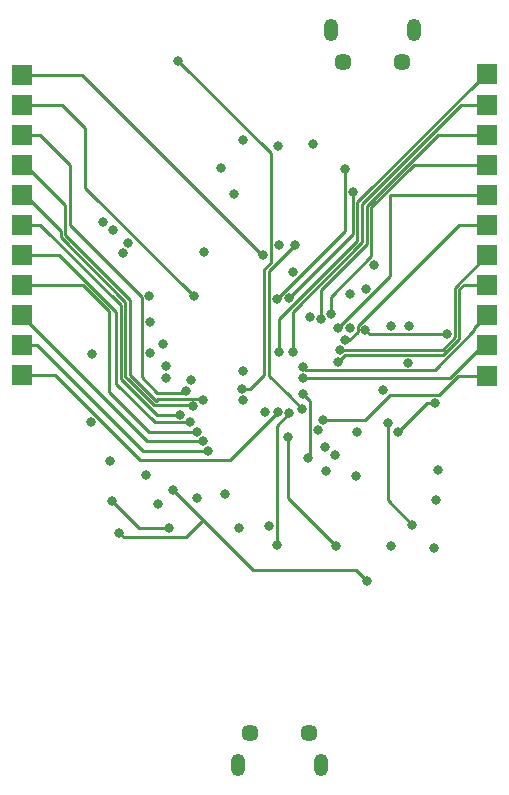
<source format=gbr>
%TF.GenerationSoftware,KiCad,Pcbnew,(5.1.6)-1*%
%TF.CreationDate,2022-06-15T09:10:04-05:00*%
%TF.ProjectId,ESP32-S2_Dev,45535033-322d-4533-925f-4465762e6b69,01*%
%TF.SameCoordinates,Original*%
%TF.FileFunction,Copper,L3,Inr*%
%TF.FilePolarity,Positive*%
%FSLAX46Y46*%
G04 Gerber Fmt 4.6, Leading zero omitted, Abs format (unit mm)*
G04 Created by KiCad (PCBNEW (5.1.6)-1) date 2022-06-15 09:10:04*
%MOMM*%
%LPD*%
G01*
G04 APERTURE LIST*
%TA.AperFunction,ViaPad*%
%ADD10R,1.700000X1.700000*%
%TD*%
%TA.AperFunction,ViaPad*%
%ADD11O,1.200000X1.900000*%
%TD*%
%TA.AperFunction,ViaPad*%
%ADD12C,1.450000*%
%TD*%
%TA.AperFunction,ViaPad*%
%ADD13C,0.800000*%
%TD*%
%TA.AperFunction,Conductor*%
%ADD14C,0.254000*%
%TD*%
G04 APERTURE END LIST*
D10*
%TO.N,/GPIO13*%
%TO.C,IO13*%
X100126800Y-95250000D03*
%TD*%
D11*
%TO.N,GND*%
%TO.C,UART1*%
X126310000Y-71120000D03*
X133310000Y-71120000D03*
D12*
X127310000Y-73820000D03*
X132310000Y-73820000D03*
%TD*%
D11*
%TO.N,GND*%
%TO.C,USB1*%
X125420000Y-133350000D03*
X118420000Y-133350000D03*
D12*
X124420000Y-130650000D03*
X119420000Y-130650000D03*
%TD*%
D10*
%TO.N,/DAC1*%
%TO.C,DAC1*%
X100126800Y-100330000D03*
%TD*%
%TO.N,/GPIO46*%
%TO.C,IO46*%
X100126800Y-77470000D03*
%TD*%
%TO.N,/GPIO45*%
%TO.C,IO45*%
X100126800Y-74955400D03*
%TD*%
%TO.N,/GPIO42*%
%TO.C,IO42*%
X139522200Y-74853800D03*
%TD*%
%TO.N,/GPIO41*%
%TO.C,IO41*%
X139522200Y-77470000D03*
%TD*%
%TO.N,/GPIO40*%
%TO.C,IO40*%
X139522200Y-80010000D03*
%TD*%
%TO.N,/GPIO39*%
%TO.C,IO39*%
X139522200Y-82550000D03*
%TD*%
%TO.N,/GPIO38*%
%TO.C,IO38*%
X139496800Y-85090000D03*
%TD*%
%TO.N,/GPIO37*%
%TO.C,IO37*%
X139522200Y-87630000D03*
%TD*%
%TO.N,/GPIO36*%
%TO.C,IO36*%
X139522200Y-90170000D03*
%TD*%
%TO.N,/GPIO35*%
%TO.C,IO35*%
X139522200Y-92710000D03*
%TD*%
%TO.N,/GPIO34*%
%TO.C,IO34*%
X139522200Y-95250000D03*
%TD*%
%TO.N,/GPIO33*%
%TO.C,IO33*%
X139522200Y-97790000D03*
%TD*%
%TO.N,/GPIO21*%
%TO.C,IO21*%
X139522200Y-100431600D03*
%TD*%
%TO.N,/GPIO14*%
%TO.C,IO14*%
X100126800Y-97790000D03*
%TD*%
%TO.N,/GPIO11*%
%TO.C,IO11*%
X100126800Y-92710000D03*
%TD*%
%TO.N,/GPIO10*%
%TO.C,IO10*%
X100126800Y-90170000D03*
%TD*%
%TO.N,/GPIO9*%
%TO.C,IO9*%
X100126800Y-87630000D03*
%TD*%
%TO.N,/GPIO8*%
%TO.C,IO8*%
X100126800Y-85090000D03*
%TD*%
%TO.N,/GPIO7*%
%TO.C,IO7*%
X100126800Y-82550000D03*
%TD*%
%TO.N,/GPIO6*%
%TO.C,IO6*%
X100126800Y-80010000D03*
%TD*%
D13*
%TO.N,/LD0_3P3*%
X110896400Y-93624400D03*
X108686600Y-90043000D03*
%TO.N,/USB_5P0*%
X107803751Y-88055649D03*
%TO.N,GND*%
X124783800Y-80811524D03*
X125194449Y-105026849D03*
X128447800Y-105206800D03*
X112598200Y-113284000D03*
X107721400Y-110972600D03*
X128371600Y-108915200D03*
X135204200Y-110947200D03*
X135305800Y-108407200D03*
X130683000Y-101625400D03*
X132892800Y-96215200D03*
X131394200Y-114808000D03*
X134975600Y-114960400D03*
X117271800Y-110439200D03*
X118465600Y-113284000D03*
X110642400Y-108813600D03*
X107579166Y-107604566D03*
X107010200Y-87376000D03*
X109093000Y-89154000D03*
X115544600Y-89941400D03*
X123063000Y-91592400D03*
X127914400Y-93446600D03*
X118788560Y-102471370D03*
X114427000Y-100761800D03*
X112039400Y-97685600D03*
X121037400Y-113131600D03*
X125826352Y-108514048D03*
X106070400Y-98526600D03*
X105943400Y-104343200D03*
X126619000Y-107086400D03*
X116967000Y-82778600D03*
X118821200Y-80467200D03*
X132765800Y-99288600D03*
%TO.N,/CP2102_VDD*%
X121793000Y-80949800D03*
X118033800Y-85039200D03*
%TO.N,/MCU_3P3*%
X120726200Y-103479600D03*
X125806200Y-106476800D03*
X110947200Y-95885000D03*
X121843758Y-89304000D03*
X124507183Y-95458455D03*
X129913548Y-91000748D03*
%TO.N,/RST_PROG*%
X112877600Y-110058200D03*
X129311400Y-117779800D03*
X108305600Y-113690400D03*
%TO.N,/USB_DP*%
X122631200Y-105613200D03*
X126657100Y-114795300D03*
%TO.N,/MCU_3P3A*%
X114935000Y-110769400D03*
X110947200Y-98501200D03*
%TO.N,/USB_DM*%
X122738014Y-103576834D03*
X121691400Y-114757200D03*
%TO.N,/MCU_3P3A_FILT*%
X112268000Y-99568000D03*
%TO.N,/GPIO6*%
X113969800Y-101688999D03*
%TO.N,/GPIO7*%
X115417600Y-102485601D03*
%TO.N,/GPIO8*%
X114579590Y-102996999D03*
%TO.N,/GPIO9*%
X113461800Y-103708200D03*
%TO.N,/GPIO10*%
X114300000Y-104362200D03*
%TO.N,/GPIO11*%
X114909600Y-105156000D03*
%TO.N,/GPIO13*%
X115448357Y-105915320D03*
%TO.N,/GPIO14*%
X115874800Y-106807000D03*
%TO.N,/GPIO21*%
X125603000Y-104140000D03*
%TO.N,/GPIO33*%
X123875524Y-100571574D03*
%TO.N,/GPIO34*%
X123869402Y-99644593D03*
%TO.N,/GPIO35*%
X126848110Y-99263711D03*
%TO.N,/GPIO36*%
X126995701Y-98191224D03*
%TO.N,/GPIO37*%
X127457200Y-97409000D03*
%TO.N,/GPIO38*%
X126847600Y-96342200D03*
%TO.N,/GPIO39*%
X126238281Y-95137623D03*
%TO.N,/GPIO40*%
X125425681Y-95583730D03*
%TO.N,/GPIO41*%
X123037600Y-98399600D03*
%TO.N,/GPIO42*%
X121869200Y-98393202D03*
%TO.N,/GPIO45*%
X120523001Y-90220800D03*
%TO.N,/GPIO46*%
X114655600Y-93675200D03*
%TO.N,/DAC1*%
X121777072Y-103504735D03*
%TO.N,/BOOT_PROG*%
X112268000Y-100558600D03*
X111633000Y-111302800D03*
X129235200Y-93065600D03*
X118802198Y-99974400D03*
%TO.N,/SPICS0*%
X124333000Y-107340400D03*
X123944605Y-101988841D03*
%TO.N,/SPICS1*%
X123825000Y-103200200D03*
X123215400Y-89331800D03*
%TO.N,/GPIO4*%
X113360200Y-73761600D03*
X118700642Y-101544898D03*
%TO.N,/UART_TX*%
X122687248Y-93832848D03*
X128134349Y-84817000D03*
%TO.N,/SPID*%
X127876399Y-96397317D03*
X131368800Y-96196100D03*
%TO.N,/SPIQ*%
X136093200Y-96850200D03*
X129184400Y-96494600D03*
%TO.N,/SPIWP*%
X133172200Y-113004600D03*
X131114800Y-104444800D03*
%TO.N,/SPIHD*%
X135057200Y-102692200D03*
X131953000Y-105181400D03*
%TO.N,/UART_RX*%
X127480349Y-82876447D03*
X121666000Y-93929200D03*
%TD*%
D14*
%TO.N,GND*%
X112598200Y-113284000D02*
X110032800Y-113284000D01*
X110032800Y-113284000D02*
X107721400Y-110972600D01*
%TO.N,/RST_PROG*%
X128400999Y-116869399D02*
X119688799Y-116869399D01*
X129311400Y-117779800D02*
X128400999Y-116869399D01*
X113976201Y-114090399D02*
X115443000Y-112623600D01*
X108705599Y-114090399D02*
X113976201Y-114090399D01*
X108305600Y-113690400D02*
X108705599Y-114090399D01*
X119688799Y-116869399D02*
X115443000Y-112623600D01*
X115443000Y-112623600D02*
X112877600Y-110058200D01*
%TO.N,/USB_DP*%
X122631200Y-105613200D02*
X122631200Y-110769400D01*
X122631200Y-110769400D02*
X126657100Y-114795300D01*
%TO.N,/USB_DM*%
X122738014Y-103576834D02*
X121691400Y-104623448D01*
X121691400Y-104623448D02*
X121691400Y-114757200D01*
%TO.N,/GPIO6*%
X113827199Y-101831600D02*
X113969800Y-101688999D01*
X111582888Y-101831600D02*
X113827199Y-101831600D01*
X110242399Y-93732399D02*
X110242399Y-100491111D01*
X104140000Y-87630000D02*
X110242399Y-93732399D01*
X110242399Y-100491111D02*
X111582888Y-101831600D01*
X100126800Y-80010000D02*
X101600000Y-80010000D01*
X101600000Y-80010000D02*
X104140000Y-82550000D01*
X104140000Y-82550000D02*
X104140000Y-87630000D01*
%TO.N,/GPIO7*%
X115274998Y-102342999D02*
X115417600Y-102485601D01*
X111610317Y-102342999D02*
X115274998Y-102342999D01*
X100126800Y-82550000D02*
X100330000Y-82550000D01*
X103758990Y-85978990D02*
X103758990Y-88518990D01*
X100330000Y-82550000D02*
X103758990Y-85978990D01*
X103758990Y-88518990D02*
X109220000Y-93980000D01*
X109220000Y-100330000D02*
X111421658Y-102531658D01*
X109220000Y-93980000D02*
X109220000Y-100330000D01*
X111421658Y-102531658D02*
X111610317Y-102342999D01*
%TO.N,/GPIO8*%
X100126800Y-85090000D02*
X100330000Y-85090000D01*
X103377980Y-88676809D02*
X108838990Y-94137819D01*
X100330000Y-85090000D02*
X103377980Y-88137980D01*
X103377980Y-88137980D02*
X103377980Y-88676809D01*
X108838990Y-100487819D02*
X109062181Y-100711010D01*
X108838990Y-94137819D02*
X108838990Y-100487819D01*
X114495257Y-102912666D02*
X114579590Y-102996999D01*
X109062181Y-100711010D02*
X111263838Y-102912666D01*
X111263838Y-102912666D02*
X114495257Y-102912666D01*
%TO.N,/GPIO9*%
X100126800Y-87630000D02*
X101670751Y-87630000D01*
X108457980Y-94417229D02*
X108457980Y-100645638D01*
X101670751Y-87630000D02*
X108457980Y-94417229D01*
X111520542Y-103708200D02*
X113461800Y-103708200D01*
X108457980Y-100645638D02*
X111520542Y-103708200D01*
%TO.N,/GPIO10*%
X100126800Y-90170000D02*
X103276370Y-90170000D01*
X108076970Y-94970600D02*
X108076970Y-101091970D01*
X103276370Y-90170000D02*
X108076970Y-94970600D01*
X108076970Y-101091970D02*
X111347200Y-104362200D01*
X111347200Y-104362200D02*
X114300000Y-104362200D01*
%TO.N,/GPIO11*%
X110952628Y-105156000D02*
X114909600Y-105156000D01*
X100126800Y-92710000D02*
X105257600Y-92710000D01*
X105257600Y-92710000D02*
X107442000Y-94894400D01*
X107442000Y-94894400D02*
X107442000Y-101752400D01*
X107442000Y-101752400D02*
X110899114Y-105209514D01*
X110899114Y-105209514D02*
X110952628Y-105156000D01*
%TO.N,/GPIO13*%
X110732136Y-105915320D02*
X115448357Y-105915320D01*
X100126800Y-95309984D02*
X110732136Y-105915320D01*
X100126800Y-95250000D02*
X100126800Y-95309984D01*
%TO.N,/GPIO14*%
X110379284Y-106807000D02*
X115874800Y-106807000D01*
X101362284Y-97790000D02*
X110379284Y-106807000D01*
X100126800Y-97790000D02*
X101362284Y-97790000D01*
%TO.N,/GPIO21*%
X129136322Y-104140000D02*
X125603000Y-104140000D01*
X131238123Y-102038199D02*
X129136322Y-104140000D01*
X135437257Y-102038199D02*
X131238123Y-102038199D01*
X137043856Y-100431600D02*
X135437257Y-102038199D01*
X139522200Y-100431600D02*
X137043856Y-100431600D01*
%TO.N,/GPIO33*%
X136365054Y-100571574D02*
X134150374Y-100571574D01*
X139146628Y-97790000D02*
X136365054Y-100571574D01*
X123875524Y-100571574D02*
X134150374Y-100571574D01*
X139522200Y-97790000D02*
X139146628Y-97790000D01*
%TO.N,/GPIO34*%
X124142521Y-99917712D02*
X123869402Y-99644593D01*
X134187741Y-99917712D02*
X124142521Y-99917712D01*
X135071267Y-99917712D02*
X134187741Y-99917712D01*
X138418199Y-96570780D02*
X135071267Y-99917712D01*
X138418199Y-96354001D02*
X138418199Y-96570780D01*
X139522200Y-95250000D02*
X138418199Y-96354001D01*
%TO.N,/GPIO35*%
X126848110Y-99263711D02*
X127432821Y-98679000D01*
X127432821Y-98679000D02*
X134030372Y-98679000D01*
X139522200Y-92710000D02*
X137521028Y-92710000D01*
X137128211Y-97321940D02*
X135771151Y-98679000D01*
X135771151Y-98679000D02*
X134030372Y-98679000D01*
X137128211Y-93102817D02*
X137128211Y-97321940D01*
X137521028Y-92710000D02*
X137128211Y-93102817D01*
%TO.N,/GPIO36*%
X134081424Y-98191224D02*
X126995701Y-98191224D01*
X139522200Y-90170000D02*
X136747201Y-92944999D01*
X135720098Y-98191224D02*
X134081424Y-98191224D01*
X136747201Y-97164121D02*
X135720098Y-98191224D01*
X136747201Y-92944999D02*
X136747201Y-97164121D01*
%TO.N,/GPIO37*%
X128530400Y-96711238D02*
X127832638Y-97409000D01*
X128530400Y-96180678D02*
X128530400Y-96711238D01*
X127832638Y-97409000D02*
X127457200Y-97409000D01*
X137081078Y-87630000D02*
X128530400Y-96180678D01*
X139522200Y-87630000D02*
X137081078Y-87630000D01*
%TO.N,/GPIO38*%
X139496800Y-85090000D02*
X131288912Y-85090000D01*
X131288912Y-91940901D02*
X129413000Y-93816813D01*
X131288912Y-85090000D02*
X131288912Y-91940901D01*
X129372987Y-93816813D02*
X126847600Y-96342200D01*
X129413000Y-93816813D02*
X129372987Y-93816813D01*
%TO.N,/GPIO39*%
X139522200Y-82550000D02*
X133290084Y-82550000D01*
X133290084Y-82550000D02*
X129689043Y-86151041D01*
X126238281Y-93708093D02*
X126238281Y-95137623D01*
X129689043Y-90257331D02*
X126238281Y-93708093D01*
X129689043Y-86151041D02*
X129689043Y-90257331D01*
%TO.N,/GPIO40*%
X129133600Y-89433400D02*
X129132274Y-89433400D01*
X129132274Y-89433400D02*
X125425681Y-93139993D01*
X125425681Y-93139993D02*
X125425681Y-95583730D01*
X139522200Y-80518000D02*
X139522200Y-80663646D01*
X139522200Y-80010000D02*
X135291256Y-80010000D01*
X129308033Y-89258967D02*
X129260600Y-89306400D01*
X135291256Y-80010000D02*
X129308033Y-85993223D01*
X129308033Y-85993223D02*
X129308033Y-89258967D01*
X129260600Y-89306400D02*
X129133600Y-89433400D01*
%TO.N,/GPIO41*%
X123037600Y-97730811D02*
X123037600Y-98399600D01*
X123037600Y-94989246D02*
X123037600Y-98399600D01*
X139522200Y-77470000D02*
X137292428Y-77470000D01*
X137292428Y-77470000D02*
X128927023Y-85835405D01*
X128927023Y-85835405D02*
X128927023Y-89099823D01*
X128927023Y-89099823D02*
X123037600Y-94989246D01*
%TO.N,/GPIO42*%
X121869200Y-98360383D02*
X121869200Y-98393202D01*
X121869200Y-98393202D02*
X121869200Y-95618818D01*
X128515359Y-85708241D02*
X128515359Y-88972659D01*
X128515359Y-88972659D02*
X128403609Y-89084409D01*
X139369800Y-74853800D02*
X128515359Y-85708241D01*
X139522200Y-74853800D02*
X139369800Y-74853800D01*
X121869200Y-95618818D02*
X128403609Y-89084409D01*
%TO.N,/GPIO45*%
X100126800Y-74955400D02*
X105181400Y-74955400D01*
X120370600Y-90144600D02*
X120281700Y-90055700D01*
X105181400Y-74955400D02*
X120281700Y-90055700D01*
X120446800Y-90220800D02*
X120281700Y-90055700D01*
X120523001Y-90220800D02*
X120446800Y-90220800D01*
%TO.N,/GPIO46*%
X114655600Y-93675200D02*
X105455552Y-84475152D01*
X100126800Y-77470000D02*
X103530400Y-77470000D01*
X105455552Y-79395152D02*
X105455552Y-84475152D01*
X103530400Y-77470000D02*
X105455552Y-79395152D01*
%TO.N,/DAC1*%
X117712807Y-107569000D02*
X121777072Y-103504735D01*
X110156112Y-107569000D02*
X117712807Y-107569000D01*
X110137122Y-107569000D02*
X110156112Y-107569000D01*
X102898122Y-100330000D02*
X110137122Y-107569000D01*
X100126800Y-100330000D02*
X102898122Y-100330000D01*
%TO.N,/SPICS0*%
X124479001Y-102523237D02*
X123944605Y-101988841D01*
X124333000Y-107340400D02*
X124479001Y-107194399D01*
X124479001Y-107194399D02*
X124479001Y-102523237D01*
%TO.N,/SPICS1*%
X123825000Y-103200200D02*
X122682000Y-102057200D01*
X121011999Y-91535201D02*
X123215400Y-89331800D01*
X122682000Y-102057200D02*
X121011999Y-100387199D01*
X121011999Y-100387199D02*
X121011999Y-91535201D01*
%TO.N,/GPIO4*%
X120630989Y-91377382D02*
X121177001Y-90831370D01*
X121177001Y-81578401D02*
X113360200Y-73761600D01*
X120630989Y-100349011D02*
X120630989Y-91377382D01*
X119435102Y-101544898D02*
X120630989Y-100349011D01*
X121177001Y-90831370D02*
X121177001Y-81578401D01*
X118700642Y-101544898D02*
X119435102Y-101544898D01*
%TO.N,/UART_TX*%
X122687248Y-93832848D02*
X128134349Y-88385747D01*
X128134349Y-88385747D02*
X128134349Y-84817000D01*
%TO.N,/SPIQ*%
X136093200Y-96850200D02*
X129540000Y-96850200D01*
X129540000Y-96850200D02*
X129184400Y-96494600D01*
%TO.N,/SPIWP*%
X133172200Y-113004600D02*
X131114800Y-110947200D01*
X131114800Y-110947200D02*
X131114800Y-104444800D01*
%TO.N,/SPIHD*%
X135057200Y-102692200D02*
X134442200Y-102692200D01*
X134442200Y-102692200D02*
X131953000Y-105181400D01*
%TO.N,/UART_RX*%
X127480349Y-82876447D02*
X127480349Y-88114851D01*
X127480349Y-88114851D02*
X123888500Y-91706700D01*
X124000549Y-91594651D02*
X123888500Y-91706700D01*
X123888500Y-91706700D02*
X121666000Y-93929200D01*
%TD*%
M02*

</source>
